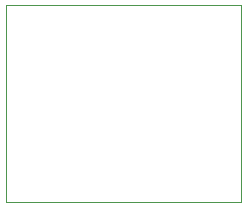
<source format=gbr>
G04 #@! TF.GenerationSoftware,KiCad,Pcbnew,(5.1.5-0-10_14)*
G04 #@! TF.CreationDate,2020-02-28T08:34:56+01:00*
G04 #@! TF.ProjectId,CC1101_Module,43433131-3031-45f4-9d6f-64756c652e6b,rev?*
G04 #@! TF.SameCoordinates,Original*
G04 #@! TF.FileFunction,Profile,NP*
%FSLAX46Y46*%
G04 Gerber Fmt 4.6, Leading zero omitted, Abs format (unit mm)*
G04 Created by KiCad (PCBNEW (5.1.5-0-10_14)) date 2020-02-28 08:34:56*
%MOMM*%
%LPD*%
G04 APERTURE LIST*
%ADD10C,0.100000*%
G04 APERTURE END LIST*
D10*
X53289200Y-39166800D02*
X73152000Y-39166800D01*
X53289200Y-55880000D02*
X53289200Y-39166800D01*
X73152000Y-55880000D02*
X53289200Y-55880000D01*
X73152000Y-39166800D02*
X73152000Y-55880000D01*
M02*

</source>
